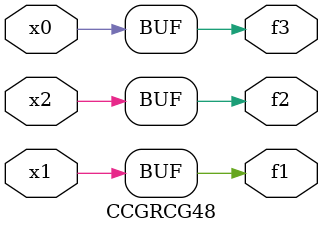
<source format=v>
module CCGRCG48(
	input x0, x1, x2,
	output f1, f2, f3
);
	assign f1 = x1;
	assign f2 = x2;
	assign f3 = x0;
endmodule

</source>
